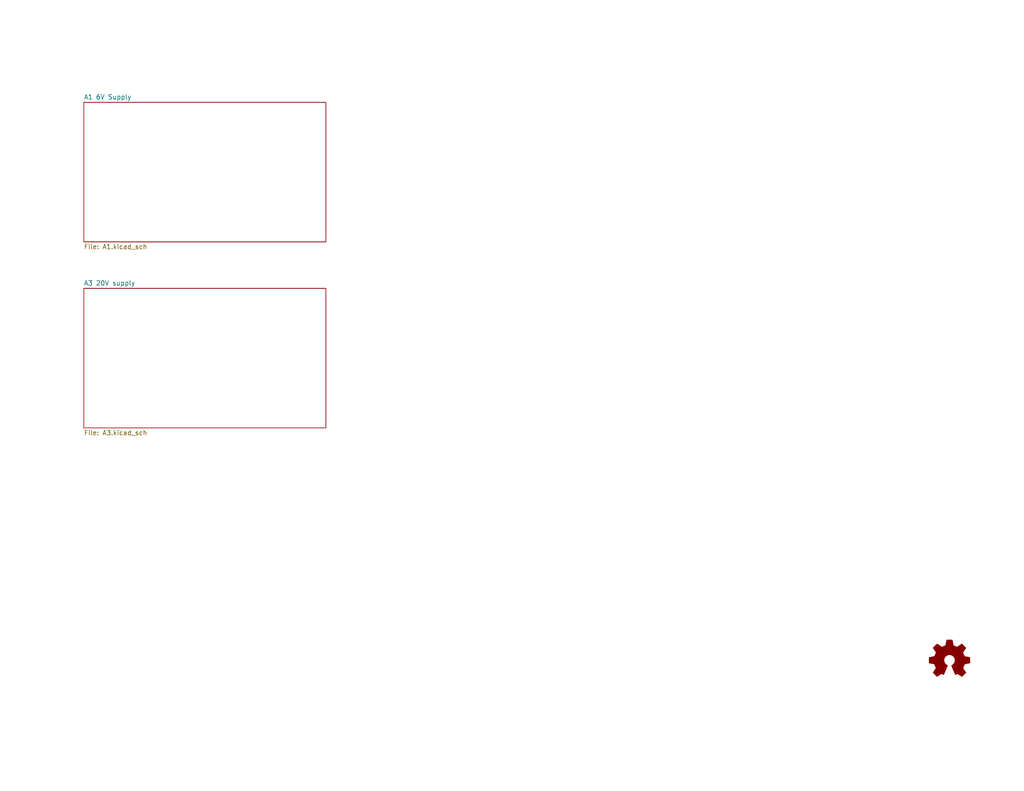
<source format=kicad_sch>
(kicad_sch (version 20211123) (generator eeschema)
  (paper "A")
  (title_block (title "MPS620M Main") (date "2022-06-28") (rev "0") (company "KEPCO") (comment 3 "This schematic © 2022 Kuba Sunderland-Ober") (comment 4 "SPDX-License-Identifier: CERN-OHL-W"))
  (lib_symbols
    (symbol "Graphic:Logo_Open_Hardware_Small" (pin_names (offset 1.016))
      (symbol "Logo_Open_Hardware_Small_0_1"
        (polyline (pts (xy 3.3528 -4.3434) (xy 3.302 -4.318) (xy 3.175 -4.2418) (xy 2.9972 -4.1148) (xy 2.7686 -3.9624) (xy 2.54 -3.81) (xy 2.3622 -3.7084) (xy 2.2352 -3.6068) (xy 2.1844 -3.5814) (xy 2.159 -3.6068) (xy 2.0574 -3.6576) (xy 1.905 -3.7338) (xy 1.8034 -3.7846) (xy 1.6764 -3.8354) (xy 1.6002 -3.8354) (xy 1.6002 -3.8354) (xy 1.5494 -3.7338) (xy 1.4732 -3.5306) (xy 1.3462 -3.302) (xy 1.2446 -3.0226) (xy 1.1176 -2.7178) (xy 0.9652 -2.413) (xy 0.8636 -2.1082) (xy 0.7366 -1.8288) (xy 0.6604 -1.6256) (xy 0.6096 -1.4732) (xy 0.5842 -1.397) (xy 0.5842 -1.397) (xy 0.6604 -1.3208) (xy 0.7874 -1.2446) (xy 1.0414 -1.016) (xy 1.2954 -0.6858) (xy 1.4478 -0.3302) (xy 1.524 0.0762) (xy 1.4732 0.4572) (xy 1.3208 0.8128) (xy 1.0668 1.143) (xy 0.762 1.3716) (xy 0.4064 1.524) (xy 0 1.5748) (xy -0.381 1.5494) (xy -0.7366 1.397) (xy -1.0668 1.143) (xy -1.2192 0.9906) (xy -1.397 0.6604) (xy -1.524 0.3048) (xy -1.524 0.2286) (xy -1.4986 -0.1778) (xy -1.397 -0.5334) (xy -1.1938 -0.8636) (xy -0.9144 -1.143) (xy -0.8636 -1.1684) (xy -0.7366 -1.27) (xy -0.635 -1.3462) (xy -0.5842 -1.397) (xy -1.0668 -2.5908) (xy -1.143 -2.794) (xy -1.2954 -3.1242) (xy -1.397 -3.4036) (xy -1.4986 -3.6322) (xy -1.5748 -3.7846) (xy -1.6002 -3.8354) (xy -1.6002 -3.8354) (xy -1.651 -3.8354) (xy -1.7272 -3.81) (xy -1.905 -3.7338) (xy -2.0066 -3.683) (xy -2.1336 -3.6068) (xy -2.2098 -3.5814) (xy -2.2606 -3.6068) (xy -2.3622 -3.683) (xy -2.54 -3.81) (xy -2.7686 -3.9624) (xy -2.9718 -4.0894) (xy -3.1496 -4.2164) (xy -3.302 -4.318) (xy -3.3528 -4.3434) (xy -3.3782 -4.3434) (xy -3.429 -4.318) (xy -3.5306 -4.2164) (xy -3.7084 -4.064) (xy -3.937 -3.8354) (xy -3.9624 -3.81) (xy -4.1656 -3.6068) (xy -4.318 -3.4544) (xy -4.4196 -3.3274) (xy -4.445 -3.2766) (xy -4.445 -3.2766) (xy -4.4196 -3.2258) (xy -4.318 -3.0734) (xy -4.2164 -2.8956) (xy -4.064 -2.667) (xy -3.6576 -2.0828) (xy -3.8862 -1.5494) (xy -3.937 -1.3716) (xy -4.0386 -1.1684) (xy -4.0894 -1.0414) (xy -4.1148 -0.9652) (xy -4.191 -0.9398) (xy -4.318 -0.9144) (xy -4.5466 -0.8636) (xy -4.8006 -0.8128) (xy -5.0546 -0.7874) (xy -5.2578 -0.7366) (xy -5.4356 -0.7112) (xy -5.5118 -0.6858) (xy -5.5118 -0.6858) (xy -5.5372 -0.635) (xy -5.5372 -0.5588) (xy -5.5372 -0.4318) (xy -5.5626 -0.2286) (xy -5.5626 0.0762) (xy -5.5626 0.127) (xy -5.5372 0.4064) (xy -5.5372 0.635) (xy -5.5372 0.762) (xy -5.5372 0.8382) (xy -5.5372 0.8382) (xy -5.461 0.8382) (xy -5.3086 0.889) (xy -5.08 0.9144) (xy -4.826 0.9652) (xy -4.8006 0.9906) (xy -4.5466 1.0414) (xy -4.318 1.0668) (xy -4.1656 1.1176) (xy -4.0894 1.143) (xy -4.0894 1.143) (xy -4.0386 1.2446) (xy -3.9624 1.4224) (xy -3.8608 1.6256) (xy -3.7846 1.8288) (xy -3.7084 2.0066) (xy -3.6576 2.159) (xy -3.6322 2.2098) (xy -3.6322 2.2098) (xy -3.683 2.286) (xy -3.7592 2.413) (xy -3.8862 2.5908) (xy -4.064 2.8194) (xy -4.064 2.8448) (xy -4.2164 3.0734) (xy -4.3434 3.2512) (xy -4.4196 3.3782) (xy -4.445 3.4544) (xy -4.445 3.4544) (xy -4.3942 3.5052) (xy -4.2926 3.6322) (xy -4.1148 3.81) (xy -3.937 4.0132) (xy -3.8608 4.064) (xy -3.6576 4.2926) (xy -3.5052 4.4196) (xy -3.4036 4.4958) (xy -3.3528 4.5212) (xy -3.3528 4.5212) (xy -3.302 4.4704) (xy -3.1496 4.3688) (xy -2.9718 4.2418) (xy -2.7432 4.0894) (xy -2.7178 4.0894) (xy -2.4892 3.937) (xy -2.3114 3.81) (xy -2.1844 3.7084) (xy -2.1336 3.683) (xy -2.1082 3.683) (xy -2.032 3.7084) (xy -1.8542 3.7592) (xy -1.6764 3.8354) (xy -1.4732 3.937) (xy -1.27 4.0132) (xy -1.143 4.064) (xy -1.0668 4.1148) (xy -1.0668 4.1148) (xy -1.0414 4.191) (xy -1.016 4.3434) (xy -0.9652 4.572) (xy -0.9144 4.8514) (xy -0.889 4.9022) (xy -0.8382 5.1562) (xy -0.8128 5.3848) (xy -0.7874 5.5372) (xy -0.762 5.588) (xy -0.7112 5.6134) (xy -0.5842 5.6134) (xy -0.4064 5.6134) (xy -0.1524 5.6134) (xy 0.0762 5.6134) (xy 0.3302 5.6134) (xy 0.5334 5.6134) (xy 0.6858 5.588) (xy 0.7366 5.588) (xy 0.7366 5.588) (xy 0.762 5.5118) (xy 0.8128 5.334) (xy 0.8382 5.1054) (xy 0.9144 4.826) (xy 0.9144 4.7752) (xy 0.9652 4.5212) (xy 1.016 4.2926) (xy 1.0414 4.1402) (xy 1.0668 4.0894) (xy 1.0668 4.0894) (xy 1.1938 4.0386) (xy 1.3716 3.9624) (xy 1.5748 3.8608) (xy 2.0828 3.6576) (xy 2.7178 4.0894) (xy 2.7686 4.1402) (xy 2.9972 4.2926) (xy 3.175 4.4196) (xy 3.302 4.4958) (xy 3.3782 4.5212) (xy 3.3782 4.5212) (xy 3.429 4.4704) (xy 3.556 4.3434) (xy 3.7338 4.191) (xy 3.9116 3.9878) (xy 4.064 3.8354) (xy 4.2418 3.6576) (xy 4.3434 3.556) (xy 4.4196 3.4798) (xy 4.4196 3.429) (xy 4.4196 3.4036) (xy 4.3942 3.3274) (xy 4.2926 3.2004) (xy 4.1656 2.9972) (xy 4.0132 2.794) (xy 3.8862 2.5908) (xy 3.7592 2.3876) (xy 3.6576 2.2352) (xy 3.6322 2.159) (xy 3.6322 2.1336) (xy 3.683 2.0066) (xy 3.7592 1.8288) (xy 3.8608 1.6002) (xy 4.064 1.1176) (xy 4.3942 1.0414) (xy 4.5974 1.016) (xy 4.8768 0.9652) (xy 5.1308 0.9144) (xy 5.5372 0.8382) (xy 5.5626 -0.6604) (xy 5.4864 -0.6858) (xy 5.4356 -0.6858) (xy 5.2832 -0.7366) (xy 5.0546 -0.762) (xy 4.8006 -0.8128) (xy 4.5974 -0.8636) (xy 4.3688 -0.9144) (xy 4.2164 -0.9398) (xy 4.1402 -0.9398) (xy 4.1148 -0.9652) (xy 4.064 -1.0668) (xy 3.9878 -1.2446) (xy 3.9116 -1.4478) (xy 3.81 -1.651) (xy 3.7338 -1.8542) (xy 3.683 -2.0066) (xy 3.6576 -2.0828) (xy 3.683 -2.1336) (xy 3.7846 -2.2606) (xy 3.8862 -2.4638) (xy 4.0386 -2.667) (xy 4.191 -2.8956) (xy 4.318 -3.0734) (xy 4.3942 -3.2004) (xy 4.445 -3.2766) (xy 4.4196 -3.3274) (xy 4.3434 -3.429) (xy 4.1656 -3.5814) (xy 3.937 -3.8354) (xy 3.8862 -3.8608) (xy 3.683 -4.064) (xy 3.5306 -4.2164) (xy 3.4036 -4.318) (xy 3.3528 -4.3434)) (fill (type outline)))
      )
    )
  )
  (symbol (lib_id "Graphic:Logo_Open_Hardware_Small") (at 259.08 180.34 0) (unit 1)
    (property "Reference" "#LOGO?" (effects hide))
    (property "Value" "Logo_Open_Hardware_Small" (effects hide))
  )
  (sheet (at 22.86 27.94) (size 66.04 38.1) (stroke (width 0.1524))
    (property "Sheet name" "A1 6V Supply" (at 22.86 27.2284 0) (effects (justify left bottom)))
    (property "Sheet file" "A1.kicad_sch" (at 22.86 66.6246 0) (effects (justify left top)))
  )
  (sheet (at 22.86 78.74) (size 66.04 38.1) (stroke (width 0.1524))
    (property "Sheet name" "A3 20V supply" (at 22.86 78.0284 0) (effects (justify left bottom)))
    (property "Sheet file" "A3.kicad_sch" (at 22.86 117.4246 0) (effects (justify left top)))
  )
)
</source>
